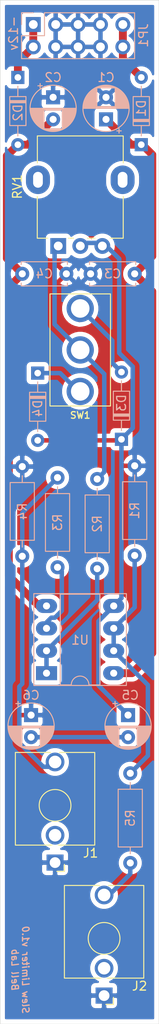
<source format=kicad_pcb>
(kicad_pcb (version 20171130) (host pcbnew "(5.1.10)-1")
  (title_block (title "Slew Limiter") (date 2021-09-11) (rev 1.0) (company "Bell Labs"))
  (layers (0 F.Cu signal hide) (31 B.Cu signal hide) (34 B.Paste user hide) (35 F.Paste user hide) (36 B.SilkS user hide) (37 F.SilkS user) (38 B.Mask user hide) (39 F.Mask user hide) (44 Edge.Cuts user))
  (net 0 "")
  (net 1 GND)
  (net 2 "Net-(D1-Pad2)")
  (net 3 "Net-(D2-Pad1)")
  (net 4 -12V)
  (net 5 "Net-(J1-PadT)")
  (net 6 "Net-(J2-PadT)")
  (net 7 +12V)
  (net 8 "Net-(R3-Pad1)")
  (net 9 "Net-(C5-Pad2)")
  (net 10 "Net-(D3-Pad2)")
  (net 11 "Net-(D4-Pad1)")
  (net 12 "Net-(R2-Pad1)")
  (net 13 "Net-(C5-Pad1)")
  (net 14 "Net-(R1-Pad1)")
  (net 15 "Net-(R2-Pad2)")
  (module Connector_Audio:Jack_3.5mm_QingPu_WQP-PJ398SM_Vertical_CircularHoles (layer F.Cu) (at 147.72 132.96 180)
    (fp_text reference J1 (at -4.03 -5.42) (layer F.SilkS))
    (fp_text value Input)
    (pad T thru_hole circle (at 0 4.9) (size 2.13 2.13) (drill 1.43) (layers *.Cu *.Mask) (net 5 "Net-(J1-PadT)"))
    (pad S thru_hole rect (at 0 -6.5) (size 1.93 1.83) (drill 1.22) (layers *.Cu *.Mask) (net 1 GND))
    (pad TN thru_hole circle (at 0 -3.4) (size 2.13 2.13) (drill 1.42) (layers *.Cu *.Mask))
  )
  (module Potentiometer_THT:Potentiometer_Alpha_RD901F-40-00D_Single_Vertical (layer F.Cu) (at 150.622 61.976 90)
    (fp_text reference RV1 (at -0.91 -7.18 270) (layer F.SilkS))
    (fp_text value "250k lin")
    (pad 1 thru_hole rect (at -7.62 -2.54 180) (size 1.8 1.8) (drill 1) (layers *.Cu *.Mask) (net 12 "Net-(R2-Pad1)"))
    (pad 2 thru_hole circle (at -7.62 -0.04 180) (size 1.8 1.8) (drill 1) (layers *.Cu *.Mask) (net 13 "Net-(C5-Pad1)"))
    (pad 3 thru_hole circle (at -7.62 2.46 180) (size 1.8 1.8) (drill 1) (layers *.Cu *.Mask) (net 13 "Net-(C5-Pad1)"))
    (pad "" thru_hole oval (at -0.12 4.76 180) (size 2.72 3.24) (drill oval 1.1 1.8) (layers *.Cu *.Mask))
    (pad "" thru_hole oval (at -0.12 -4.84 180) (size 2.72 3.24) (drill oval 1.1 1.8) (layers *.Cu *.Mask))
  )
  (module Resistor_THT:R_Axial_DIN0207_L6.3mm_D2.5mm_P10.16mm_Horizontal (layer B.Cu) (at 152.5 96 270)
    (fp_text reference R2 (at 5.08 0 270) (layer B.SilkS) (effects (justify mirror)))
    (fp_text value 100r)
    (pad 2 thru_hole oval (at 10.16 0 270) (size 1.6 1.6) (drill 0.8) (layers *.Cu *.Mask) (net 15 "Net-(R2-Pad2)"))
    (pad 1 thru_hole circle (at 0 0 270) (size 1.6 1.6) (drill 0.8) (layers *.Cu *.Mask) (net 12 "Net-(R2-Pad1)"))
  )
  (module Capacitor_THT:C_Disc_D5.0mm_W2.5mm_P5.00mm (layer B.Cu) (at 151.75 72.75)
    (fp_text reference C3 (at 2.5 0) (layer B.SilkS) (effects (justify mirror)))
    (fp_text value 100nf)
    (pad 2 thru_hole circle (at 5 0) (size 1.6 1.6) (drill 0.8) (layers *.Cu *.Mask) (net 7 +12V))
    (pad 1 thru_hole circle (at 0 0) (size 1.6 1.6) (drill 0.8) (layers *.Cu *.Mask) (net 1 GND))
  )
  (module Capacitor_THT:C_Disc_D5.0mm_W2.5mm_P5.00mm (layer B.Cu) (at 144 72.75)
    (fp_text reference C4 (at 2.5 0) (layer B.SilkS) (effects (justify mirror)))
    (fp_text value 100nf)
    (pad 2 thru_hole circle (at 5 0) (size 1.6 1.6) (drill 0.8) (layers *.Cu *.Mask) (net 1 GND))
    (pad 1 thru_hole circle (at 0 0) (size 1.6 1.6) (drill 0.8) (layers *.Cu *.Mask) (net 4 -12V))
  )
  (module Connector_PinHeader_2.54mm:PinHeader_2x05_P2.54mm_Vertical (layer B.Cu) (at 145.25 44.5 270)
    (fp_text reference JP1 (at 1.25 -12.5 90) (layer B.SilkS) (effects (justify mirror)))
    (fp_text value PWR)
    (pad 10 thru_hole oval (at 2.54 -10.16 270) (size 1.7 1.7) (drill 1) (layers *.Cu *.Mask) (net 2 "Net-(D1-Pad2)"))
    (pad 9 thru_hole oval (at 0 -10.16 270) (size 1.7 1.7) (drill 1) (layers *.Cu *.Mask) (net 2 "Net-(D1-Pad2)"))
    (pad 8 thru_hole oval (at 2.54 -7.62 270) (size 1.7 1.7) (drill 1) (layers *.Cu *.Mask) (net 1 GND))
    (pad 7 thru_hole oval (at 0 -7.62 270) (size 1.7 1.7) (drill 1) (layers *.Cu *.Mask) (net 1 GND))
    (pad 6 thru_hole oval (at 2.54 -5.08 270) (size 1.7 1.7) (drill 1) (layers *.Cu *.Mask) (net 1 GND))
    (pad 5 thru_hole oval (at 0 -5.08 270) (size 1.7 1.7) (drill 1) (layers *.Cu *.Mask) (net 1 GND))
    (pad 4 thru_hole oval (at 2.54 -2.54 270) (size 1.7 1.7) (drill 1) (layers *.Cu *.Mask) (net 1 GND))
    (pad 3 thru_hole oval (at 0 -2.54 270) (size 1.7 1.7) (drill 1) (layers *.Cu *.Mask) (net 1 GND))
    (pad 2 thru_hole oval (at 2.54 0 270) (size 1.7 1.7) (drill 1) (layers *.Cu *.Mask) (net 3 "Net-(D2-Pad1)"))
    (pad 1 thru_hole rect (at 0 0 270) (size 1.7 1.7) (drill 1) (layers *.Cu *.Mask) (net 3 "Net-(D2-Pad1)"))
  )
  (module Resistor_THT:R_Axial_DIN0207_L6.3mm_D2.5mm_P10.16mm_Horizontal (layer B.Cu) (at 156.25 139.5 90)
    (fp_text reference R5 (at 5.08 0 90) (layer B.SilkS) (effects (justify mirror)))
    (fp_text value 100r)
    (pad 2 thru_hole oval (at 10.16 0 90) (size 1.6 1.6) (drill 0.8) (layers *.Cu *.Mask) (net 14 "Net-(R1-Pad1)"))
    (pad 1 thru_hole circle (at 0 0 90) (size 1.6 1.6) (drill 0.8) (layers *.Cu *.Mask) (net 6 "Net-(J2-PadT)"))
  )
  (module Resistor_THT:R_Axial_DIN0207_L6.3mm_D2.5mm_P10.16mm_Horizontal (layer B.Cu) (at 156.75 104.66 90)
    (fp_text reference R1 (at 5.08 0 90) (layer B.SilkS) (effects (justify mirror)))
    (fp_text value 100k)
    (pad 2 thru_hole oval (at 10.16 0 90) (size 1.6 1.6) (drill 0.8) (layers *.Cu *.Mask) (net 1 GND))
    (pad 1 thru_hole circle (at 0 0 90) (size 1.6 1.6) (drill 0.8) (layers *.Cu *.Mask) (net 14 "Net-(R1-Pad1)"))
  )
  (module Resistor_THT:R_Axial_DIN0207_L6.3mm_D2.5mm_P10.16mm_Horizontal (layer B.Cu) (at 148 106 90)
    (fp_text reference R3 (at 5.08 0 90) (layer B.SilkS) (effects (justify mirror)))
    (fp_text value 1k)
    (pad 2 thru_hole oval (at 10.16 0 90) (size 1.6 1.6) (drill 0.8) (layers *.Cu *.Mask) (net 5 "Net-(J1-PadT)"))
    (pad 1 thru_hole circle (at 0 0 90) (size 1.6 1.6) (drill 0.8) (layers *.Cu *.Mask) (net 8 "Net-(R3-Pad1)"))
  )
  (module Resistor_THT:R_Axial_DIN0207_L6.3mm_D2.5mm_P10.16mm_Horizontal (layer B.Cu) (at 144 104.75 90)
    (fp_text reference R4 (at 5.08 0 90) (layer B.SilkS) (effects (justify mirror)))
    (fp_text value 100k)
    (pad 2 thru_hole oval (at 10.16 0 90) (size 1.6 1.6) (drill 0.8) (layers *.Cu *.Mask) (net 1 GND))
    (pad 1 thru_hole circle (at 0 0 90) (size 1.6 1.6) (drill 0.8) (layers *.Cu *.Mask) (net 5 "Net-(J1-PadT)"))
  )
  (module Diode_THT:D_DO-34_SOD68_P7.62mm_Horizontal (layer B.Cu) (at 157.5 58.12 90)
    (fp_text reference D1 (at 4.12 0 90) (layer B.SilkS) (effects (justify mirror)))
    (fp_text value 1N5817)
    (pad 1 thru_hole rect (at 0 0 90) (size 1.5 1.5) (drill 0.75) (layers *.Cu *.Mask) (net 7 +12V))
    (pad 2 thru_hole oval (at 7.62 0 90) (size 1.5 1.5) (drill 0.75) (layers *.Cu *.Mask) (net 2 "Net-(D1-Pad2)"))
  )
  (module Diode_THT:D_DO-34_SOD68_P7.62mm_Horizontal (layer B.Cu) (at 143.5 50.5 270)
    (fp_text reference D2 (at 4 0 90) (layer B.SilkS) (effects (justify mirror)))
    (fp_text value 1N5817)
    (pad 1 thru_hole rect (at 0 0 270) (size 1.5 1.5) (drill 0.75) (layers *.Cu *.Mask) (net 3 "Net-(D2-Pad1)"))
    (pad 2 thru_hole oval (at 7.62 0 270) (size 1.5 1.5) (drill 0.75) (layers *.Cu *.Mask) (net 4 -12V))
  )
  (module Diode_THT:D_DO-34_SOD68_P7.62mm_Horizontal (layer B.Cu) (at 145.75 84 270)
    (fp_text reference D4 (at 4 0 90) (layer B.SilkS) (effects (justify mirror)))
    (fp_text value 1N4148)
    (pad 2 thru_hole oval (at 7.62 0 270) (size 1.5 1.5) (drill 0.75) (layers *.Cu *.Mask) (net 13 "Net-(C5-Pad1)"))
    (pad 1 thru_hole rect (at 0 0 270) (size 1.5 1.5) (drill 0.75) (layers *.Cu *.Mask) (net 11 "Net-(D4-Pad1)"))
  )
  (module Diode_THT:D_DO-34_SOD68_P7.62mm_Horizontal (layer B.Cu) (at 155.25 91.5 90)
    (fp_text reference D3 (at 4.12 0 90) (layer B.SilkS) (effects (justify mirror)))
    (fp_text value 1N4148)
    (pad 2 thru_hole oval (at 7.62 0 90) (size 1.5 1.5) (drill 0.75) (layers *.Cu *.Mask) (net 10 "Net-(D3-Pad2)"))
    (pad 1 thru_hole rect (at 0 0 90) (size 1.5 1.5) (drill 0.75) (layers *.Cu *.Mask) (net 13 "Net-(C5-Pad1)"))
  )
  (module Capacitor_THT:CP_Radial_D5.0mm_P2.50mm (layer B.Cu) (at 153.5 55.25 90)
    (fp_text reference C1 (at 4.75 0 180) (layer B.SilkS) (effects (justify mirror)))
    (fp_text value 10uf)
    (pad 1 thru_hole rect (at 0 0 90) (size 1.6 1.6) (drill 0.8) (layers *.Cu *.Mask) (net 7 +12V))
    (pad 2 thru_hole circle (at 2.5 0 90) (size 1.6 1.6) (drill 0.8) (layers *.Cu *.Mask) (net 1 GND))
  )
  (module Capacitor_THT:CP_Radial_D5.0mm_P2.50mm (layer B.Cu) (at 147.5 52.75 270)
    (fp_text reference C2 (at -2.25 0 180) (layer B.SilkS) (effects (justify mirror)))
    (fp_text value 10uf)
    (pad 1 thru_hole rect (at 0 0 270) (size 1.6 1.6) (drill 0.8) (layers *.Cu *.Mask) (net 1 GND))
    (pad 2 thru_hole circle (at 2.5 0 270) (size 1.6 1.6) (drill 0.8) (layers *.Cu *.Mask) (net 4 -12V))
  )
  (module Capacitor_THT:CP_Radial_D5.0mm_P2.50mm (layer B.Cu) (at 145 122.75 270)
    (fp_text reference C6 (at -2.25 0 180) (layer B.SilkS) (effects (justify mirror)))
    (fp_text value 10uf)
    (pad 2 thru_hole circle (at 2.5 0 270) (size 1.6 1.6) (drill 0.8) (layers *.Cu *.Mask) (net 9 "Net-(C5-Pad2)"))
    (pad 1 thru_hole rect (at 0 0 270) (size 1.6 1.6) (drill 0.8) (layers *.Cu *.Mask) (net 1 GND))
  )
  (module Capacitor_THT:CP_Radial_D5.0mm_P2.50mm (layer B.Cu) (at 156 122.75 270)
    (fp_text reference C5 (at -2.25 -0.25 180) (layer B.SilkS) (effects (justify mirror)))
    (fp_text value 10uf)
    (pad 2 thru_hole circle (at 2.5 0 270) (size 1.6 1.6) (drill 0.8) (layers *.Cu *.Mask) (net 9 "Net-(C5-Pad2)"))
    (pad 1 thru_hole rect (at 0 0 270) (size 1.6 1.6) (drill 0.8) (layers *.Cu *.Mask) (net 13 "Net-(C5-Pad1)"))
  )
  (module Package_DIP:DIP-8_W7.62mm_Socket_LongPads (layer B.Cu) (at 146.75 118)
    (fp_text reference U1 (at 3.81 -3.75) (layer B.SilkS) (effects (justify mirror)))
    (fp_text value TL072)
    (pad 8 thru_hole oval (at 7.62 0) (size 2.4 1.6) (drill 0.8) (layers *.Cu *.Mask) (net 7 +12V))
    (pad 4 thru_hole oval (at 0 -7.62) (size 2.4 1.6) (drill 0.8) (layers *.Cu *.Mask) (net 4 -12V))
    (pad 7 thru_hole oval (at 7.62 -2.54) (size 2.4 1.6) (drill 0.8) (layers *.Cu *.Mask) (net 14 "Net-(R1-Pad1)"))
    (pad 3 thru_hole oval (at 0 -5.08) (size 2.4 1.6) (drill 0.8) (layers *.Cu *.Mask) (net 8 "Net-(R3-Pad1)"))
    (pad 6 thru_hole oval (at 7.62 -5.08) (size 2.4 1.6) (drill 0.8) (layers *.Cu *.Mask) (net 14 "Net-(R1-Pad1)"))
    (pad 2 thru_hole oval (at 0 -2.54) (size 2.4 1.6) (drill 0.8) (layers *.Cu *.Mask) (net 15 "Net-(R2-Pad2)"))
    (pad 5 thru_hole oval (at 7.62 -7.62) (size 2.4 1.6) (drill 0.8) (layers *.Cu *.Mask) (net 13 "Net-(C5-Pad1)"))
    (pad 1 thru_hole rect (at 0 0) (size 2.4 1.6) (drill 0.8) (layers *.Cu *.Mask) (net 15 "Net-(R2-Pad2)"))
  )
  (module eurorack:SPDT-toggle-switch-1M-series (layer F.Cu) (at 150.575 81.375 180)
    (fp_text reference SW1 (at 0 -7.4) (layer F.SilkS) (effects (font (size 0.75 0.75))))
    (fp_text value ON-OFF-ON)
    (pad 2 thru_hole circle (at 0 0 180) (size 3.1 3.1) (drill 2.1) (layers *.Cu *.Mask) (net 12 "Net-(R2-Pad1)"))
    (pad 3 thru_hole circle (at 0 -4.7 180) (size 3.1 3.1) (drill 2.1) (layers *.Cu *.Mask) (net 11 "Net-(D4-Pad1)"))
    (pad 1 thru_hole circle (at 0 4.7 180) (size 3.1 3.1) (drill 2.1) (layers *.Cu *.Mask) (net 10 "Net-(D3-Pad2)"))
  )
  (module Connector_Audio:Jack_3.5mm_QingPu_WQP-PJ398SM_Vertical_CircularHoles (layer F.Cu) (at 153.28 154.53 180)
    (fp_text reference J2 (at -4.03 1.08 180) (layer F.SilkS))
    (fp_text value Output)
    (pad T thru_hole circle (at 0 11.4) (size 2.13 2.13) (drill 1.43) (layers *.Cu *.Mask) (net 6 "Net-(J2-PadT)"))
    (pad S thru_hole rect (at 0 0) (size 1.93 1.83) (drill 1.22) (layers *.Cu *.Mask) (net 1 GND))
    (pad TN thru_hole circle (at 0 3.1) (size 2.13 2.13) (drill 1.42) (layers *.Cu *.Mask))
  )
  (gr_text "Slew Limiter v1.0\nBell Lab" (at 143.764 151.638 -90) (layer B.SilkS) (effects (font (size 0.75 0.75) (thickness 0.15) italic) (justify mirror)))
  (gr_text -12v (at 143 45.5 90) (layer B.SilkS) (effects (font (size 1 1)) (justify mirror)))
  (gr_line (start 141.5 157.75) (end 141.5 41.75) (layer Edge.Cuts) (width 0.05))
  (gr_line (start 159.5 157.75) (end 141.5 157.75) (layer Edge.Cuts) (width 0.05))
  (gr_line (start 159.5 41.75) (end 159.5 157.75) (layer Edge.Cuts) (width 0.05))
  (gr_line (start 141.5 41.75) (end 159.5 41.75) (layer Edge.Cuts) (width 0.05))
  (segment (start 155.41 44.5) (end 155.41 47.04) (width 0.889) (layer F.Cu) (net 2))
  (segment (start 155.41 48.41) (end 157.5 50.5) (width 0.889) (layer F.Cu) (net 2))
  (segment (start 155.41 47.04) (end 155.41 48.41) (width 0.889) (layer F.Cu) (net 2))
  (segment (start 145.25 44.5) (end 145.25 47.04) (width 0.889) (layer F.Cu) (net 3))
  (segment (start 143.5 48.79) (end 145.25 47.04) (width 0.889) (layer F.Cu) (net 3))
  (segment (start 143.5 50.5) (end 143.5 48.79) (width 0.889) (layer F.Cu) (net 3))
  (segment (start 144.63 58.12) (end 147.5 55.25) (width 0.889) (layer F.Cu) (net 4))
  (segment (start 143.5 58.12) (end 144.63 58.12) (width 0.889) (layer F.Cu) (net 4))
  (segment (start 142.25 59.37) (end 143.5 58.12) (width 0.889) (layer F.Cu) (net 4))
  (segment (start 142.25 71) (end 142.25 59.37) (width 0.889) (layer F.Cu) (net 4))
  (segment (start 144 72.75) (end 142.25 71) (width 0.889) (layer F.Cu) (net 4))
  (segment (start 142.5 74.25) (end 144 72.75) (width 0.889) (layer F.Cu) (net 4))
  (segment (start 142.5 93.452198) (end 142.5 74.25) (width 0.889) (layer F.Cu) (net 4))
  (segment (start 142.476099 93.476099) (end 142.5 93.452198) (width 0.889) (layer F.Cu) (net 4))
  (segment (start 142.476099 106.976099) (end 142.476099 93.476099) (width 0.889) (layer F.Cu) (net 4))
  (segment (start 145.88 110.38) (end 142.476099 106.976099) (width 0.889) (layer F.Cu) (net 4))
  (segment (start 146.75 110.38) (end 145.88 110.38) (width 0.889) (layer F.Cu) (net 4))
  (segment (start 144 99.84) (end 148 95.84) (width 0.508) (layer B.Cu) (net 5))
  (segment (start 144 104.75) (end 144 99.84) (width 0.508) (layer B.Cu) (net 5))
  (segment (start 144 104.75) (end 144 119.189878) (width 0.508) (layer B.Cu) (net 5))
  (segment (start 146.376566 128.6) (end 147.75 128.6) (width 0.508) (layer B.Cu) (net 5))
  (segment (start 143.666599 125.890033) (end 146.376566 128.6) (width 0.508) (layer B.Cu) (net 5))
  (segment (start 143.666599 119.523279) (end 143.666599 125.890033) (width 0.508) (layer B.Cu) (net 5))
  (segment (start 144 119.189878) (end 143.666599 119.523279) (width 0.508) (layer B.Cu) (net 5))
  (segment (start 156.25 140.75) (end 156.25 139.5) (width 0.508) (layer B.Cu) (net 6))
  (segment (start 153.25 143.75) (end 156.25 140.75) (width 0.508) (layer B.Cu) (net 6))
  (segment (start 156.37 58.12) (end 153.5 55.25) (width 0.889) (layer F.Cu) (net 7))
  (segment (start 157.5 58.12) (end 156.37 58.12) (width 0.889) (layer F.Cu) (net 7))
  (segment (start 157.5 58.12) (end 157.5 58.25) (width 0.889) (layer F.Cu) (net 7))
  (segment (start 157.62 58.12) (end 158.75109 59.25109) (width 0.889) (layer F.Cu) (net 7))
  (segment (start 157.5 58.12) (end 157.62 58.12) (width 0.889) (layer F.Cu) (net 7))
  (segment (start 158.75109 70.74891) (end 156.75 72.75) (width 0.889) (layer F.Cu) (net 7))
  (segment (start 158.75109 59.25109) (end 158.75109 70.74891) (width 0.889) (layer F.Cu) (net 7))
  (segment (start 156.459 118) (end 154.37 118) (width 0.889) (layer F.Cu) (net 7))
  (segment (start 158.75109 115.70791) (end 156.459 118) (width 0.889) (layer F.Cu) (net 7))
  (segment (start 158.75109 74.75109) (end 158.75109 115.70791) (width 0.889) (layer F.Cu) (net 7))
  (segment (start 156.75 72.75) (end 158.75109 74.75109) (width 0.889) (layer F.Cu) (net 7))
  (segment (start 148.48341 106.48341) (end 148 106) (width 0.508) (layer B.Cu) (net 8))
  (segment (start 148.48341 110.932316) (end 148.48341 106.48341) (width 0.508) (layer B.Cu) (net 8))
  (segment (start 147.702316 111.71341) (end 148.48341 110.932316) (width 0.508) (layer B.Cu) (net 8))
  (segment (start 147.28659 111.71341) (end 147.702316 111.71341) (width 0.508) (layer B.Cu) (net 8))
  (segment (start 146.75 112.25) (end 147.28659 111.71341) (width 0.508) (layer B.Cu) (net 8))
  (segment (start 146.75 112.92) (end 146.75 112.25) (width 0.508) (layer B.Cu) (net 8))
  (segment (start 156 125.25) (end 145 125.25) (width 0.508) (layer B.Cu) (net 9))
  (segment (start 150.5 77.992) (end 150.5 76.8) (width 0.508) (layer F.Cu) (net 10))
  (segment (start 154.21259 80.31259) (end 150.575 76.675) (width 0.508) (layer B.Cu) (net 10))
  (segment (start 154.21259 82.84259) (end 154.21259 80.31259) (width 0.508) (layer B.Cu) (net 10))
  (segment (start 155.25 83.88) (end 154.21259 82.84259) (width 0.508) (layer B.Cu) (net 10))
  (segment (start 148.3 84) (end 150.5 86.2) (width 0.508) (layer B.Cu) (net 11))
  (segment (start 145.75 84) (end 148.3 84) (width 0.508) (layer B.Cu) (net 11))
  (segment (start 152.583401 95.916599) (end 152.5 96) (width 0.508) (layer B.Cu) (net 12))
  (segment (start 148 69.45) (end 148.2 69.25) (width 0.508) (layer B.Cu) (net 12))
  (segment (start 153.299999 95.200001) (end 152.5 96) (width 0.508) (layer B.Cu) (net 12))
  (segment (start 153.299999 84.099999) (end 153.299999 95.200001) (width 0.508) (layer B.Cu) (net 12))
  (segment (start 150.575 81.375) (end 153.299999 84.099999) (width 0.508) (layer B.Cu) (net 12))
  (segment (start 147.666599 70.011401) (end 148.082 69.596) (width 0.508) (layer B.Cu) (net 12))
  (segment (start 147.666599 78.466599) (end 147.666599 70.011401) (width 0.508) (layer B.Cu) (net 12))
  (segment (start 150.575 81.375) (end 147.666599 78.466599) (width 0.508) (layer B.Cu) (net 12))
  (segment (start 155.13 91.62) (end 155.25 91.5) (width 0.508) (layer F.Cu) (net 13))
  (segment (start 145.75 91.62) (end 155.13 91.62) (width 0.508) (layer F.Cu) (net 13))
  (segment (start 155.25 109.5) (end 154.37 110.38) (width 0.508) (layer B.Cu) (net 13))
  (segment (start 155.25 91.5) (end 155.25 109.5) (width 0.508) (layer B.Cu) (net 13))
  (segment (start 152.63659 119.38659) (end 156 122.75) (width 0.508) (layer B.Cu) (net 13))
  (segment (start 152.63659 112.11341) (end 152.63659 119.38659) (width 0.508) (layer B.Cu) (net 13))
  (segment (start 154.37 110.38) (end 152.63659 112.11341) (width 0.508) (layer B.Cu) (net 13))
  (segment (start 155 71.05) (end 153.2 69.25) (width 0.508) (layer B.Cu) (net 13))
  (segment (start 155 81.730566) (end 155 71.05) (width 0.508) (layer B.Cu) (net 13))
  (segment (start 156.533401 83.263967) (end 155 81.730566) (width 0.508) (layer B.Cu) (net 13))
  (segment (start 156.533401 90.216599) (end 156.533401 83.263967) (width 0.508) (layer B.Cu) (net 13))
  (segment (start 155.25 91.5) (end 156.533401 90.216599) (width 0.508) (layer B.Cu) (net 13))
  (segment (start 150.7 69.25) (end 153.2 69.25) (width 0.508) (layer B.Cu) (net 13))
  (segment (start 156.75 110.54) (end 154.37 112.92) (width 0.508) (layer B.Cu) (net 14))
  (segment (start 156.75 104.66) (end 156.75 110.54) (width 0.508) (layer B.Cu) (net 14))
  (segment (start 154.37 112.92) (end 154.37 115.46) (width 0.508) (layer B.Cu) (net 14))
  (segment (start 154.37 115.46) (end 158.25 119.34) (width 0.508) (layer B.Cu) (net 14))
  (segment (start 158.25 127.34) (end 156.25 129.34) (width 0.508) (layer B.Cu) (net 14))
  (segment (start 158.25 119.34) (end 158.25 127.34) (width 0.508) (layer B.Cu) (net 14))
  (segment (start 152.5 109.71) (end 152.5 106.16) (width 0.508) (layer B.Cu) (net 15))
  (segment (start 146.75 115.46) (end 152.5 109.71) (width 0.508) (layer B.Cu) (net 15))
  (segment (start 146.75 118) (end 146.75 115.46) (width 0.508) (layer B.Cu) (net 15))
  (zone (net 1) (net_name GND) (layer F.Cu) (connect_pads (clearance 0.508)) (min_thickness 0.254) (fill yes (arc_segments 32) (thermal_gap 0.508) (thermal_bridge_width 0.508))
    (polygon (pts (xy 159.25 157.75) (xy 141.75 157.75) (xy 141.75 42) (xy 159.25 42)))
  )
  (zone (net 1) (net_name GND) (layer B.Cu) (connect_pads (clearance 0.508)) (min_thickness 0.254) (fill yes (arc_segments 32) (thermal_gap 0.508) (thermal_bridge_width 0.508))
    (polygon (pts (xy 159.25 157.75) (xy 141.75 157.75) (xy 141.75 42) (xy 159.25 42)))
  )
)
</source>
